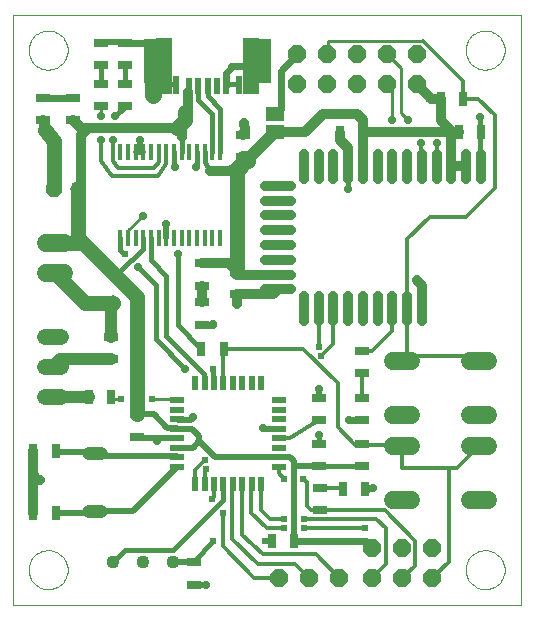
<source format=gtl>
G75*
G70*
%OFA0B0*%
%FSLAX24Y24*%
%IPPOS*%
%LPD*%
%AMOC8*
5,1,8,0,0,1.08239X$1,22.5*
%
%ADD10C,0.0000*%
%ADD11R,0.0500X0.0220*%
%ADD12R,0.0220X0.0500*%
%ADD13R,0.0453X0.0276*%
%ADD14C,0.0600*%
%ADD15C,0.0440*%
%ADD16R,0.0276X0.0453*%
%ADD17OC8,0.0520*%
%ADD18C,0.0520*%
%ADD19C,0.0520*%
%ADD20C,0.0335*%
%ADD21OC8,0.0600*%
%ADD22R,0.0197X0.0551*%
%ADD23R,0.0551X0.1850*%
%ADD24R,0.0433X0.1496*%
%ADD25R,0.0197X0.0591*%
%ADD26R,0.0630X0.0460*%
%ADD27C,0.0436*%
%ADD28C,0.0515*%
%ADD29R,0.0137X0.0550*%
%ADD30C,0.0120*%
%ADD31C,0.0100*%
%ADD32C,0.0240*%
%ADD33C,0.0320*%
%ADD34C,0.0180*%
%ADD35C,0.0240*%
%ADD36C,0.0160*%
%ADD37C,0.0200*%
%ADD38C,0.0500*%
%ADD39C,0.0197*%
%ADD40C,0.0277*%
%ADD41C,0.0400*%
%ADD42C,0.0560*%
D10*
X001110Y000743D02*
X001110Y020428D01*
X018039Y020428D01*
X018039Y000743D01*
X001110Y000743D01*
X001641Y001924D02*
X001643Y001974D01*
X001649Y002024D01*
X001659Y002074D01*
X001672Y002122D01*
X001689Y002170D01*
X001710Y002216D01*
X001734Y002260D01*
X001762Y002302D01*
X001793Y002342D01*
X001827Y002379D01*
X001864Y002414D01*
X001903Y002445D01*
X001944Y002474D01*
X001988Y002499D01*
X002034Y002521D01*
X002081Y002539D01*
X002129Y002553D01*
X002178Y002564D01*
X002228Y002571D01*
X002278Y002574D01*
X002329Y002573D01*
X002379Y002568D01*
X002429Y002559D01*
X002477Y002547D01*
X002525Y002530D01*
X002571Y002510D01*
X002616Y002487D01*
X002659Y002460D01*
X002699Y002430D01*
X002737Y002397D01*
X002772Y002361D01*
X002805Y002322D01*
X002834Y002281D01*
X002860Y002238D01*
X002883Y002193D01*
X002902Y002146D01*
X002917Y002098D01*
X002929Y002049D01*
X002937Y001999D01*
X002941Y001949D01*
X002941Y001899D01*
X002937Y001849D01*
X002929Y001799D01*
X002917Y001750D01*
X002902Y001702D01*
X002883Y001655D01*
X002860Y001610D01*
X002834Y001567D01*
X002805Y001526D01*
X002772Y001487D01*
X002737Y001451D01*
X002699Y001418D01*
X002659Y001388D01*
X002616Y001361D01*
X002571Y001338D01*
X002525Y001318D01*
X002477Y001301D01*
X002429Y001289D01*
X002379Y001280D01*
X002329Y001275D01*
X002278Y001274D01*
X002228Y001277D01*
X002178Y001284D01*
X002129Y001295D01*
X002081Y001309D01*
X002034Y001327D01*
X001988Y001349D01*
X001944Y001374D01*
X001903Y001403D01*
X001864Y001434D01*
X001827Y001469D01*
X001793Y001506D01*
X001762Y001546D01*
X001734Y001588D01*
X001710Y001632D01*
X001689Y001678D01*
X001672Y001726D01*
X001659Y001774D01*
X001649Y001824D01*
X001643Y001874D01*
X001641Y001924D01*
X001641Y019247D02*
X001643Y019297D01*
X001649Y019347D01*
X001659Y019397D01*
X001672Y019445D01*
X001689Y019493D01*
X001710Y019539D01*
X001734Y019583D01*
X001762Y019625D01*
X001793Y019665D01*
X001827Y019702D01*
X001864Y019737D01*
X001903Y019768D01*
X001944Y019797D01*
X001988Y019822D01*
X002034Y019844D01*
X002081Y019862D01*
X002129Y019876D01*
X002178Y019887D01*
X002228Y019894D01*
X002278Y019897D01*
X002329Y019896D01*
X002379Y019891D01*
X002429Y019882D01*
X002477Y019870D01*
X002525Y019853D01*
X002571Y019833D01*
X002616Y019810D01*
X002659Y019783D01*
X002699Y019753D01*
X002737Y019720D01*
X002772Y019684D01*
X002805Y019645D01*
X002834Y019604D01*
X002860Y019561D01*
X002883Y019516D01*
X002902Y019469D01*
X002917Y019421D01*
X002929Y019372D01*
X002937Y019322D01*
X002941Y019272D01*
X002941Y019222D01*
X002937Y019172D01*
X002929Y019122D01*
X002917Y019073D01*
X002902Y019025D01*
X002883Y018978D01*
X002860Y018933D01*
X002834Y018890D01*
X002805Y018849D01*
X002772Y018810D01*
X002737Y018774D01*
X002699Y018741D01*
X002659Y018711D01*
X002616Y018684D01*
X002571Y018661D01*
X002525Y018641D01*
X002477Y018624D01*
X002429Y018612D01*
X002379Y018603D01*
X002329Y018598D01*
X002278Y018597D01*
X002228Y018600D01*
X002178Y018607D01*
X002129Y018618D01*
X002081Y018632D01*
X002034Y018650D01*
X001988Y018672D01*
X001944Y018697D01*
X001903Y018726D01*
X001864Y018757D01*
X001827Y018792D01*
X001793Y018829D01*
X001762Y018869D01*
X001734Y018911D01*
X001710Y018955D01*
X001689Y019001D01*
X001672Y019049D01*
X001659Y019097D01*
X001649Y019147D01*
X001643Y019197D01*
X001641Y019247D01*
X016208Y019247D02*
X016210Y019297D01*
X016216Y019347D01*
X016226Y019397D01*
X016239Y019445D01*
X016256Y019493D01*
X016277Y019539D01*
X016301Y019583D01*
X016329Y019625D01*
X016360Y019665D01*
X016394Y019702D01*
X016431Y019737D01*
X016470Y019768D01*
X016511Y019797D01*
X016555Y019822D01*
X016601Y019844D01*
X016648Y019862D01*
X016696Y019876D01*
X016745Y019887D01*
X016795Y019894D01*
X016845Y019897D01*
X016896Y019896D01*
X016946Y019891D01*
X016996Y019882D01*
X017044Y019870D01*
X017092Y019853D01*
X017138Y019833D01*
X017183Y019810D01*
X017226Y019783D01*
X017266Y019753D01*
X017304Y019720D01*
X017339Y019684D01*
X017372Y019645D01*
X017401Y019604D01*
X017427Y019561D01*
X017450Y019516D01*
X017469Y019469D01*
X017484Y019421D01*
X017496Y019372D01*
X017504Y019322D01*
X017508Y019272D01*
X017508Y019222D01*
X017504Y019172D01*
X017496Y019122D01*
X017484Y019073D01*
X017469Y019025D01*
X017450Y018978D01*
X017427Y018933D01*
X017401Y018890D01*
X017372Y018849D01*
X017339Y018810D01*
X017304Y018774D01*
X017266Y018741D01*
X017226Y018711D01*
X017183Y018684D01*
X017138Y018661D01*
X017092Y018641D01*
X017044Y018624D01*
X016996Y018612D01*
X016946Y018603D01*
X016896Y018598D01*
X016845Y018597D01*
X016795Y018600D01*
X016745Y018607D01*
X016696Y018618D01*
X016648Y018632D01*
X016601Y018650D01*
X016555Y018672D01*
X016511Y018697D01*
X016470Y018726D01*
X016431Y018757D01*
X016394Y018792D01*
X016360Y018829D01*
X016329Y018869D01*
X016301Y018911D01*
X016277Y018955D01*
X016256Y019001D01*
X016239Y019049D01*
X016226Y019097D01*
X016216Y019147D01*
X016210Y019197D01*
X016208Y019247D01*
X016208Y001924D02*
X016210Y001974D01*
X016216Y002024D01*
X016226Y002074D01*
X016239Y002122D01*
X016256Y002170D01*
X016277Y002216D01*
X016301Y002260D01*
X016329Y002302D01*
X016360Y002342D01*
X016394Y002379D01*
X016431Y002414D01*
X016470Y002445D01*
X016511Y002474D01*
X016555Y002499D01*
X016601Y002521D01*
X016648Y002539D01*
X016696Y002553D01*
X016745Y002564D01*
X016795Y002571D01*
X016845Y002574D01*
X016896Y002573D01*
X016946Y002568D01*
X016996Y002559D01*
X017044Y002547D01*
X017092Y002530D01*
X017138Y002510D01*
X017183Y002487D01*
X017226Y002460D01*
X017266Y002430D01*
X017304Y002397D01*
X017339Y002361D01*
X017372Y002322D01*
X017401Y002281D01*
X017427Y002238D01*
X017450Y002193D01*
X017469Y002146D01*
X017484Y002098D01*
X017496Y002049D01*
X017504Y001999D01*
X017508Y001949D01*
X017508Y001899D01*
X017504Y001849D01*
X017496Y001799D01*
X017484Y001750D01*
X017469Y001702D01*
X017450Y001655D01*
X017427Y001610D01*
X017401Y001567D01*
X017372Y001526D01*
X017339Y001487D01*
X017304Y001451D01*
X017266Y001418D01*
X017226Y001388D01*
X017183Y001361D01*
X017138Y001338D01*
X017092Y001318D01*
X017044Y001301D01*
X016996Y001289D01*
X016946Y001280D01*
X016896Y001275D01*
X016845Y001274D01*
X016795Y001277D01*
X016745Y001284D01*
X016696Y001295D01*
X016648Y001309D01*
X016601Y001327D01*
X016555Y001349D01*
X016511Y001374D01*
X016470Y001403D01*
X016431Y001434D01*
X016394Y001469D01*
X016360Y001506D01*
X016329Y001546D01*
X016301Y001588D01*
X016277Y001632D01*
X016256Y001678D01*
X016239Y001726D01*
X016226Y001774D01*
X016216Y001824D01*
X016210Y001874D01*
X016208Y001924D01*
D11*
X009982Y005366D03*
X009982Y005681D03*
X009982Y005996D03*
X009982Y006310D03*
X009982Y006625D03*
X009982Y006940D03*
X009982Y007255D03*
X009982Y007570D03*
X006602Y007570D03*
X006602Y007255D03*
X006602Y006940D03*
X006602Y006625D03*
X006602Y006310D03*
X006602Y005996D03*
X006602Y005681D03*
X006602Y005366D03*
D12*
X007190Y004778D03*
X007505Y004778D03*
X007820Y004778D03*
X008135Y004778D03*
X008450Y004778D03*
X008765Y004778D03*
X009079Y004778D03*
X009394Y004778D03*
X009394Y008158D03*
X009079Y008158D03*
X008765Y008158D03*
X008450Y008158D03*
X008135Y008158D03*
X007820Y008158D03*
X007505Y008158D03*
X007190Y008158D03*
D13*
X007409Y010093D03*
X007409Y010841D03*
X007409Y011392D03*
X007409Y012140D03*
X008590Y011865D03*
X008590Y011117D03*
X011307Y007652D03*
X011307Y006904D03*
X011307Y006117D03*
X011307Y005369D03*
X011346Y004660D03*
X011346Y003912D03*
X012764Y005369D03*
X012764Y006117D03*
X012764Y006904D03*
X012764Y007652D03*
X012764Y008479D03*
X012764Y009227D03*
X008787Y015684D03*
X008787Y016432D03*
X004840Y017377D03*
X004840Y018125D03*
X004839Y018752D03*
X004839Y019500D03*
X004055Y019500D03*
X004055Y018752D03*
X004053Y018125D03*
X004053Y017377D03*
X003118Y017652D03*
X003118Y016904D03*
X002134Y016904D03*
X002134Y017652D03*
X004403Y009687D03*
X004403Y008939D03*
X005244Y007101D03*
X005244Y006353D03*
X007151Y002175D03*
X007151Y001427D03*
D14*
X013782Y004262D02*
X014382Y004262D01*
X014382Y006042D02*
X013782Y006042D01*
X013782Y007097D02*
X014382Y007097D01*
X014382Y008877D02*
X013782Y008877D01*
X016342Y008877D02*
X016942Y008877D01*
X016942Y007097D02*
X016342Y007097D01*
X016342Y006042D02*
X016942Y006042D01*
X016942Y004262D02*
X016342Y004262D01*
X002828Y011818D02*
X002228Y011818D01*
X002228Y012818D02*
X002828Y012818D01*
D15*
X003627Y005818D02*
X004067Y005818D01*
X004067Y003897D02*
X003627Y003897D01*
D16*
X002548Y003826D03*
X001800Y003826D03*
X001800Y005893D03*
X002548Y005893D03*
X003645Y007670D03*
X004393Y007670D03*
X007402Y009291D03*
X008150Y009291D03*
X012118Y004629D03*
X012866Y004629D03*
X010493Y002870D03*
X009745Y002870D03*
X003379Y015977D03*
X002631Y015977D03*
X012035Y016486D03*
X012783Y016486D03*
X015382Y017633D03*
X016130Y017633D03*
X015972Y016530D03*
X016720Y016530D03*
D17*
X002501Y014606D03*
D18*
X003301Y014606D03*
D19*
X002709Y009696D02*
X002189Y009696D01*
X002189Y008696D02*
X002709Y008696D01*
X002709Y007696D02*
X002189Y007696D01*
D20*
X010372Y011274D02*
X010372Y011274D01*
X009526Y011274D01*
X009526Y011274D01*
X010372Y011274D01*
X010372Y011766D02*
X010372Y011766D01*
X009526Y011766D01*
X009526Y011766D01*
X010372Y011766D01*
X010372Y012259D02*
X010372Y012259D01*
X009526Y012259D01*
X009526Y012259D01*
X010372Y012259D01*
X010372Y012751D02*
X010372Y012751D01*
X009526Y012751D01*
X009526Y012751D01*
X010372Y012751D01*
X010372Y013243D02*
X010372Y013243D01*
X009526Y013243D01*
X009526Y013243D01*
X010372Y013243D01*
X010372Y013735D02*
X010372Y013735D01*
X009526Y013735D01*
X009526Y013735D01*
X010372Y013735D01*
X010372Y014227D02*
X010372Y014227D01*
X009526Y014227D01*
X009526Y014227D01*
X010372Y014227D01*
X010372Y014719D02*
X010372Y014719D01*
X009526Y014719D01*
X009526Y014719D01*
X010372Y014719D01*
X010815Y014946D02*
X010815Y014946D01*
X010815Y015792D01*
X010815Y015792D01*
X010815Y014946D01*
X010815Y015280D02*
X010815Y015280D01*
X010815Y015614D02*
X010815Y015614D01*
X011307Y014946D02*
X011307Y014946D01*
X011307Y015792D01*
X011307Y015792D01*
X011307Y014946D01*
X011307Y015280D02*
X011307Y015280D01*
X011307Y015614D02*
X011307Y015614D01*
X011799Y014946D02*
X011799Y014946D01*
X011799Y015792D01*
X011799Y015792D01*
X011799Y014946D01*
X011799Y015280D02*
X011799Y015280D01*
X011799Y015614D02*
X011799Y015614D01*
X012291Y014946D02*
X012291Y014946D01*
X012291Y015792D01*
X012291Y015792D01*
X012291Y014946D01*
X012291Y015280D02*
X012291Y015280D01*
X012291Y015614D02*
X012291Y015614D01*
X012783Y014946D02*
X012783Y014946D01*
X012783Y015792D01*
X012783Y015792D01*
X012783Y014946D01*
X012783Y015280D02*
X012783Y015280D01*
X012783Y015614D02*
X012783Y015614D01*
X013276Y014946D02*
X013276Y014946D01*
X013276Y015792D01*
X013276Y015792D01*
X013276Y014946D01*
X013276Y015280D02*
X013276Y015280D01*
X013276Y015614D02*
X013276Y015614D01*
X013768Y014946D02*
X013768Y014946D01*
X013768Y015792D01*
X013768Y015792D01*
X013768Y014946D01*
X013768Y015280D02*
X013768Y015280D01*
X013768Y015614D02*
X013768Y015614D01*
X014260Y014946D02*
X014260Y014946D01*
X014260Y015792D01*
X014260Y015792D01*
X014260Y014946D01*
X014260Y015280D02*
X014260Y015280D01*
X014260Y015614D02*
X014260Y015614D01*
X014752Y014946D02*
X014752Y014946D01*
X014752Y015792D01*
X014752Y015792D01*
X014752Y014946D01*
X014752Y015280D02*
X014752Y015280D01*
X014752Y015614D02*
X014752Y015614D01*
X015244Y014946D02*
X015244Y014946D01*
X015244Y015792D01*
X015244Y015792D01*
X015244Y014946D01*
X015244Y015280D02*
X015244Y015280D01*
X015244Y015614D02*
X015244Y015614D01*
X015736Y014946D02*
X015736Y014946D01*
X015736Y015792D01*
X015736Y015792D01*
X015736Y014946D01*
X015736Y015280D02*
X015736Y015280D01*
X015736Y015614D02*
X015736Y015614D01*
X016228Y014946D02*
X016228Y014946D01*
X016228Y015792D01*
X016228Y015792D01*
X016228Y014946D01*
X016228Y015280D02*
X016228Y015280D01*
X016228Y015614D02*
X016228Y015614D01*
X016720Y014946D02*
X016720Y014946D01*
X016720Y015792D01*
X016720Y015792D01*
X016720Y014946D01*
X016720Y015280D02*
X016720Y015280D01*
X016720Y015614D02*
X016720Y015614D01*
X014752Y010202D02*
X014752Y010202D01*
X014752Y011048D01*
X014752Y011048D01*
X014752Y010202D01*
X014752Y010536D02*
X014752Y010536D01*
X014752Y010870D02*
X014752Y010870D01*
X014260Y010202D02*
X014260Y010202D01*
X014260Y011048D01*
X014260Y011048D01*
X014260Y010202D01*
X014260Y010536D02*
X014260Y010536D01*
X014260Y010870D02*
X014260Y010870D01*
X013768Y010202D02*
X013768Y010202D01*
X013768Y011048D01*
X013768Y011048D01*
X013768Y010202D01*
X013768Y010536D02*
X013768Y010536D01*
X013768Y010870D02*
X013768Y010870D01*
X013276Y010202D02*
X013276Y010202D01*
X013276Y011048D01*
X013276Y011048D01*
X013276Y010202D01*
X013276Y010536D02*
X013276Y010536D01*
X013276Y010870D02*
X013276Y010870D01*
X012783Y010202D02*
X012783Y010202D01*
X012783Y011048D01*
X012783Y011048D01*
X012783Y010202D01*
X012783Y010536D02*
X012783Y010536D01*
X012783Y010870D02*
X012783Y010870D01*
X012291Y010202D02*
X012291Y010202D01*
X012291Y011048D01*
X012291Y011048D01*
X012291Y010202D01*
X012291Y010536D02*
X012291Y010536D01*
X012291Y010870D02*
X012291Y010870D01*
X011799Y010202D02*
X011799Y010202D01*
X011799Y011048D01*
X011799Y011048D01*
X011799Y010202D01*
X011799Y010536D02*
X011799Y010536D01*
X011799Y010870D02*
X011799Y010870D01*
X011307Y010202D02*
X011307Y010202D01*
X011307Y011048D01*
X011307Y011048D01*
X011307Y010202D01*
X011307Y010536D02*
X011307Y010536D01*
X011307Y010870D02*
X011307Y010870D01*
X010815Y010202D02*
X010815Y010202D01*
X010815Y011048D01*
X010815Y011048D01*
X010815Y010202D01*
X010815Y010536D02*
X010815Y010536D01*
X010815Y010870D02*
X010815Y010870D01*
D21*
X010595Y018106D03*
X010595Y019106D03*
X011595Y019106D03*
X011595Y018106D03*
X012595Y018106D03*
X012595Y019106D03*
X013595Y019106D03*
X013595Y018106D03*
X014595Y018106D03*
X014595Y019106D03*
X014102Y002660D03*
X013102Y002660D03*
X013102Y001660D03*
X014102Y001660D03*
X015102Y001660D03*
X015102Y002660D03*
X012000Y001660D03*
X011000Y001660D03*
X010000Y001660D03*
D22*
X008236Y018066D03*
X007921Y018066D03*
X007606Y018066D03*
X007291Y018066D03*
X006976Y018066D03*
D23*
X006169Y018715D03*
X009043Y018715D03*
D24*
X009535Y018892D03*
X005677Y018892D03*
D25*
X006543Y018085D03*
X008669Y018085D03*
D26*
X009847Y017110D03*
X009847Y016510D03*
D27*
X006466Y002199D03*
X005466Y002199D03*
X004466Y002199D03*
D28*
X004460Y010810D03*
X004460Y011810D03*
D29*
X004697Y012982D03*
X004953Y012982D03*
X005209Y012982D03*
X005465Y012982D03*
X005721Y012982D03*
X005977Y012982D03*
X006233Y012982D03*
X006489Y012982D03*
X006744Y012982D03*
X007000Y012982D03*
X007256Y012982D03*
X007512Y012982D03*
X007768Y012982D03*
X008024Y012982D03*
X008024Y015861D03*
X007768Y015861D03*
X007512Y015861D03*
X007256Y015861D03*
X007000Y015861D03*
X006744Y015861D03*
X006489Y015861D03*
X006233Y015861D03*
X005977Y015861D03*
X005721Y015861D03*
X005465Y015861D03*
X005209Y015861D03*
X004953Y015861D03*
X004697Y015861D03*
D30*
X004457Y015546D02*
X004457Y016255D01*
X004063Y016255D02*
X004063Y015546D01*
X004417Y015034D01*
X005953Y015034D01*
X006228Y015467D01*
X006228Y015861D01*
X005977Y015861D02*
X005977Y015531D01*
X005835Y015310D01*
X004614Y015310D01*
X004457Y015546D01*
X008150Y009291D02*
X010165Y009291D01*
X010790Y009291D01*
X010835Y009247D01*
X011937Y008144D01*
X011937Y006688D01*
X012528Y006097D01*
X012764Y006097D01*
X014063Y006097D01*
X014063Y006058D02*
X014082Y006042D01*
X014102Y006018D02*
X014102Y005310D01*
X015638Y005310D01*
X015638Y002199D01*
X015126Y001688D01*
X014535Y002054D02*
X014102Y001660D01*
X014535Y002054D02*
X014535Y002869D01*
X013531Y003912D01*
X011346Y003912D01*
X011051Y003912D01*
X010913Y004050D01*
X010913Y004837D01*
X010795Y004955D01*
X011346Y004660D02*
X012087Y004660D01*
X012118Y004629D01*
X013236Y003617D02*
X010835Y003617D01*
X010835Y003302D02*
X012842Y003302D01*
X013236Y003617D02*
X013551Y003302D01*
X013551Y002109D01*
X013102Y001660D01*
X012000Y001660D02*
X011224Y002436D01*
X009457Y002436D01*
X008765Y003088D01*
X008765Y004778D01*
X009063Y004761D02*
X009079Y004778D01*
X009063Y004761D02*
X009063Y003814D01*
X009575Y003302D01*
X010165Y003302D01*
X010165Y003617D02*
X009693Y003617D01*
X009394Y003915D01*
X009394Y004778D01*
X009982Y005139D02*
X009982Y005366D01*
X009982Y005139D02*
X010165Y004955D01*
X009982Y006310D02*
X010359Y006310D01*
X011307Y006904D01*
X012764Y007652D02*
X012764Y008479D01*
X012783Y009207D02*
X013079Y009207D01*
X013768Y009896D01*
X013768Y010625D01*
X014260Y010625D02*
X014260Y009207D01*
X014260Y009050D02*
X014102Y008892D01*
X014082Y008877D02*
X014299Y009050D01*
X016622Y009050D01*
X016622Y008892D01*
X016642Y008877D01*
X016622Y006018D02*
X015913Y005310D01*
X015874Y005310D02*
X015638Y005310D01*
X011779Y009444D02*
X011386Y009050D01*
X011307Y009365D02*
X011307Y010625D01*
X011779Y010625D02*
X011779Y009444D01*
X010357Y009291D02*
X010165Y009291D01*
X008150Y009291D02*
X008135Y009276D01*
X008135Y008158D01*
X007528Y005585D02*
X007190Y005247D01*
X007190Y004778D01*
X007505Y004778D02*
X007505Y005208D01*
X007567Y005270D01*
X007820Y004778D02*
X007820Y004342D01*
X007764Y004286D01*
X008118Y003814D02*
X008118Y002711D01*
X009169Y001660D01*
X010000Y001660D01*
X010520Y002121D02*
X009299Y002121D01*
X008433Y002947D01*
X008433Y004761D01*
X010520Y002121D02*
X010980Y001660D01*
X014260Y010664D02*
X014260Y012947D01*
X015008Y013696D01*
X016228Y013696D01*
X017173Y014640D01*
X017173Y017081D01*
X016622Y017633D01*
X016110Y017633D01*
X016110Y018223D01*
X014772Y019562D01*
X014732Y016136D02*
X014732Y015979D01*
X014732Y015388D01*
X015244Y015388D02*
X015244Y015940D01*
X015244Y016136D01*
D31*
X015244Y015388D02*
X015244Y015369D01*
X014752Y015369D02*
X014732Y015388D01*
X014299Y016924D02*
X014063Y017160D01*
X014063Y018638D01*
X013595Y019106D01*
X013595Y018106D02*
X013630Y018105D01*
X013748Y018105D01*
X013748Y016924D01*
X011622Y019129D02*
X011595Y019106D01*
X011622Y019129D02*
X011622Y019562D01*
X014772Y019562D01*
X016110Y017633D02*
X016130Y017633D01*
X014260Y010664D02*
X014260Y010625D01*
X014260Y009207D02*
X014260Y009168D01*
X014260Y009050D01*
X014102Y008892D02*
X014082Y008877D01*
X012764Y008538D02*
X012764Y008479D01*
X012764Y006136D02*
X012764Y006097D01*
X012764Y006117D02*
X012764Y006136D01*
X014063Y006097D02*
X014063Y006058D01*
X014082Y006042D02*
X014102Y006018D01*
X015874Y005310D02*
X015913Y005310D01*
X016622Y006018D02*
X016642Y006042D01*
X015126Y001688D02*
X015102Y001660D01*
X008157Y009207D02*
X008150Y009291D01*
X007803Y008184D02*
X007820Y008158D01*
X006583Y007633D02*
X006583Y007593D01*
X006602Y007570D01*
X006583Y007633D02*
X005756Y007633D01*
X004732Y007633D02*
X004417Y007633D01*
X004393Y007670D01*
X003645Y007670D02*
X003630Y007672D01*
X002606Y005861D02*
X002548Y005893D01*
X002567Y005861D01*
X003827Y005861D02*
X003847Y005818D01*
X003866Y005822D01*
X003847Y003897D02*
X003866Y003892D01*
X003847Y003897D02*
X003827Y003853D01*
X003827Y003814D01*
X002606Y003814D02*
X002548Y003826D01*
X002567Y003814D01*
X006583Y005349D02*
X006602Y005366D01*
X006602Y005681D02*
X006583Y005703D01*
X011779Y010625D02*
X011799Y010625D01*
X009847Y017110D02*
X009850Y017121D01*
X009929Y017199D01*
X009929Y017239D01*
X010047Y017278D01*
X006233Y015861D02*
X006228Y015861D01*
X005461Y013731D02*
X004953Y013251D01*
X004953Y012975D01*
X004953Y012982D01*
X005721Y012982D02*
X005756Y012947D01*
X004063Y017042D02*
X004063Y017396D01*
X004053Y017377D01*
X004053Y018125D02*
X004063Y018184D01*
X004063Y018656D02*
X004055Y018752D01*
D32*
X004850Y012436D03*
X007803Y008617D03*
X005756Y007633D03*
X004732Y007633D03*
X007528Y005585D03*
X007567Y005270D03*
X007764Y004286D03*
X008118Y003814D03*
X007803Y002869D03*
X009535Y002869D03*
X010165Y003302D03*
X010165Y003617D03*
X010835Y003617D03*
X010835Y003302D03*
X010795Y004955D03*
X010165Y004955D03*
X012842Y003302D03*
X011386Y009050D03*
X011307Y009365D03*
D33*
X009791Y011117D02*
X008590Y011117D01*
X008590Y010782D01*
X008689Y011766D02*
X008590Y011865D01*
X008315Y012140D01*
X007409Y012140D01*
X007409Y011392D02*
X007409Y010841D01*
X008689Y011766D02*
X009949Y011766D01*
X009949Y011274D02*
X009791Y011117D01*
X008748Y015231D02*
X007685Y015231D01*
X008748Y015231D02*
X008945Y015546D01*
X008787Y016432D02*
X008842Y016594D01*
X008827Y016806D01*
X009847Y016510D02*
X010854Y016510D01*
X011465Y017121D01*
X012370Y017121D01*
X012594Y017121D01*
X012787Y016928D01*
X012787Y016490D01*
X012783Y016486D01*
X012803Y016466D01*
X012803Y015388D01*
X012291Y015369D02*
X012291Y015991D01*
X012031Y016251D01*
X012031Y016482D01*
X012035Y016486D01*
X012842Y016530D02*
X015756Y016530D01*
X015382Y016904D01*
X015382Y017633D01*
X015068Y017633D01*
X014595Y018106D01*
X015756Y016530D02*
X015972Y016530D01*
X015736Y016432D02*
X015716Y016451D01*
X015736Y016432D02*
X015736Y015369D01*
X016228Y015369D01*
X014575Y011570D02*
X014752Y011392D01*
X014752Y010625D01*
X006937Y017262D02*
X006937Y017853D01*
X006744Y016652D02*
X006744Y016341D01*
X006579Y016652D02*
X003709Y016652D01*
X003370Y016652D01*
X003118Y016904D01*
X003379Y016425D02*
X003379Y015977D01*
X003382Y015979D02*
X003382Y016014D01*
X003382Y015979D02*
X003382Y014562D01*
X003379Y016425D02*
X003606Y016652D01*
X003709Y016652D01*
X002173Y016570D02*
X002134Y016904D01*
X001800Y005893D02*
X001800Y005132D01*
X001802Y005104D01*
X001807Y005076D01*
X001816Y005049D01*
X001829Y005024D01*
X001845Y005001D01*
X001863Y004979D01*
X001885Y004961D01*
X001908Y004945D01*
X001933Y004932D01*
X001960Y004923D01*
X001988Y004918D01*
X002016Y004916D01*
X001800Y005893D02*
X001800Y003826D01*
D34*
X003382Y014562D02*
X003301Y014606D01*
D35*
X003118Y017652D02*
X002134Y017652D01*
X004839Y019500D02*
X005739Y019500D01*
X005795Y019247D01*
X005795Y019010D01*
X005677Y018892D01*
X006579Y016652D02*
X006661Y016652D01*
X006744Y016341D02*
X006740Y016337D01*
X008236Y018066D02*
X008236Y018105D01*
X008236Y018499D01*
X008433Y018696D01*
X008453Y018715D01*
X009043Y018715D01*
X010047Y018558D02*
X010047Y017278D01*
X010047Y018558D02*
X010595Y019106D01*
X007803Y010113D02*
X007783Y010093D01*
X007409Y010093D01*
X012294Y006922D02*
X012331Y006922D01*
X012746Y006922D01*
X012764Y006904D01*
X012866Y004629D02*
X013118Y004640D01*
X012892Y002870D02*
X013102Y002660D01*
X012892Y002870D02*
X010493Y002870D01*
X012783Y009207D02*
X012764Y009227D01*
D36*
X012764Y009247D01*
X011386Y007672D02*
X011307Y007652D01*
X011307Y006412D02*
X011307Y006117D01*
X011386Y005388D02*
X011307Y005369D01*
X011386Y005388D02*
X012764Y005388D01*
X012764Y005369D01*
X012331Y006922D02*
X012331Y006924D01*
X010480Y003080D02*
X010493Y002870D01*
X009745Y002870D02*
X009537Y002870D01*
X009535Y002869D01*
X008135Y004263D02*
X006465Y002593D01*
X004861Y002593D01*
X004466Y002199D01*
X007151Y002175D02*
X007151Y002217D01*
X007803Y002869D01*
X008135Y004263D02*
X008135Y004778D01*
X008433Y004761D02*
X008450Y004778D01*
X006622Y006924D02*
X006602Y006940D01*
X007505Y008158D02*
X007488Y008175D01*
X007488Y008459D01*
X006228Y009719D01*
X006228Y011727D01*
X005721Y012235D01*
X005721Y012982D01*
X005465Y012982D02*
X005465Y012657D01*
X005441Y012633D01*
X004693Y011885D01*
X004460Y011810D01*
X004850Y012436D02*
X004697Y012589D01*
X004697Y012982D01*
X005283Y012003D02*
X005874Y011412D01*
X005874Y009601D01*
X006858Y008617D01*
X007402Y009291D02*
X006622Y010070D01*
X006622Y012436D01*
X007685Y015231D02*
X008374Y015349D01*
X008787Y015684D01*
X008024Y015861D02*
X008024Y017294D01*
X007606Y017711D01*
X007606Y018066D01*
X007291Y018066D02*
X007291Y017593D01*
X007768Y017116D01*
X007768Y015861D01*
X007512Y015861D02*
X007512Y015522D01*
X007685Y015231D01*
X007256Y015393D02*
X007213Y015349D01*
X007256Y015393D02*
X007256Y015861D01*
X006744Y015861D02*
X006740Y015940D01*
X006740Y016337D01*
X006744Y016341D02*
X006701Y016451D01*
X006579Y016652D01*
X006740Y015940D02*
X006740Y015861D01*
X006489Y015861D02*
X006489Y015412D01*
X006465Y015388D01*
X006504Y015361D01*
X004535Y017042D02*
X004840Y017347D01*
X004840Y017377D01*
X004840Y018125D02*
X004839Y018166D01*
X004839Y018752D01*
X004063Y018656D02*
X004063Y018174D01*
X004053Y018125D01*
X003394Y015979D02*
X003382Y015979D01*
X003379Y015977D02*
X003394Y015979D01*
X002646Y015979D02*
X002501Y015979D01*
X002631Y015977D02*
X002646Y015979D01*
X006071Y018105D02*
X006169Y018715D01*
X006071Y018105D02*
X006543Y018105D01*
X006543Y018085D01*
X006976Y018066D02*
X006937Y017853D01*
X008236Y018105D02*
X008354Y018105D01*
X008669Y018105D01*
X008669Y018085D01*
X009847Y016510D02*
X009732Y016373D01*
X012035Y016486D02*
X012055Y016451D01*
X012094Y016412D01*
X012783Y016486D02*
X012842Y016609D01*
X012842Y016530D02*
X012783Y016486D01*
X012803Y016451D01*
X012803Y015388D02*
X012783Y015369D01*
X012291Y015369D02*
X012291Y015270D01*
X012291Y014601D01*
X015716Y016451D02*
X015716Y016530D01*
X015756Y016530D01*
X015953Y016530D01*
X015972Y016530D01*
X016701Y016530D02*
X016720Y016530D01*
X016701Y016451D01*
X016701Y015388D01*
X016720Y015369D01*
X016228Y015388D02*
X016228Y015369D01*
X016701Y016530D02*
X016701Y017003D01*
X007803Y008617D02*
X007803Y008184D01*
X005244Y007121D02*
X005244Y007101D01*
X010980Y001660D02*
X011000Y001660D01*
D37*
X006233Y012982D02*
X006228Y012987D01*
X006228Y013459D01*
X005465Y015861D02*
X005362Y015861D01*
X005362Y016255D01*
X005362Y015861D02*
X005209Y015861D01*
X006858Y017199D02*
X006937Y017262D01*
X006169Y018715D02*
X006150Y018735D01*
X005795Y018735D01*
X004839Y019500D02*
X004732Y019522D01*
X004063Y019522D01*
X004055Y019500D01*
X009063Y018932D02*
X009063Y018853D01*
X009043Y018715D01*
X009063Y018932D02*
X009535Y018892D01*
D38*
X006858Y017199D02*
X006858Y016932D01*
X006579Y016652D01*
X008590Y015192D02*
X008590Y011865D01*
X008591Y015192D02*
X008593Y015229D01*
X008599Y015266D01*
X008608Y015301D01*
X008622Y015336D01*
X008638Y015369D01*
X008659Y015400D01*
X008682Y015429D01*
X008708Y015455D01*
X008737Y015478D01*
X008768Y015499D01*
X008801Y015515D01*
X008836Y015529D01*
X008871Y015538D01*
X008908Y015544D01*
X008945Y015546D01*
X004460Y011810D02*
X005244Y011026D01*
X005244Y007101D01*
X004460Y010810D02*
X003535Y010810D01*
X002528Y011818D01*
X002528Y012818D02*
X003453Y012818D01*
X003516Y012755D01*
X003301Y012970D01*
X003301Y014606D01*
X002501Y014606D02*
X002501Y015979D01*
X002501Y016203D01*
X002173Y016570D01*
X003516Y012755D02*
X004460Y011810D01*
D39*
X005244Y007101D02*
X005815Y007101D01*
X006268Y006648D01*
X006579Y006648D01*
X006602Y006625D01*
X007078Y006625D01*
X007331Y006373D01*
X007331Y006207D01*
X007857Y005681D01*
X009982Y005681D01*
X010346Y005681D01*
X010480Y005546D01*
X010480Y005310D01*
X010539Y005369D01*
X011307Y005369D01*
X010480Y005310D02*
X010480Y003577D01*
X010480Y003080D01*
X007567Y001412D02*
X007552Y001427D01*
X007151Y001427D01*
X007151Y002175D02*
X007128Y002199D01*
X006466Y002199D01*
X005126Y003892D02*
X003866Y003892D01*
X003827Y003814D02*
X002606Y003814D01*
X002606Y005861D02*
X003827Y005861D01*
X003866Y005822D02*
X003866Y005703D01*
X006583Y005703D01*
X006607Y005991D02*
X007114Y005991D01*
X007331Y006207D01*
X007055Y006924D02*
X006622Y006924D01*
X007055Y006924D02*
X007134Y007003D01*
X006602Y006310D02*
X006009Y006310D01*
X005913Y006215D01*
X005287Y006310D02*
X006602Y006310D01*
X006602Y005996D02*
X006607Y005991D01*
X006583Y005349D02*
X005126Y003892D01*
X005287Y006310D02*
X005244Y006353D01*
X009457Y006648D02*
X009479Y006625D01*
X009982Y006625D01*
X011307Y007652D02*
X011307Y007947D01*
D40*
X011307Y007947D03*
X012331Y006924D03*
X011307Y006412D03*
X009457Y006648D03*
X007134Y007003D03*
X005913Y006215D03*
X006858Y008617D03*
X007803Y010113D03*
X008590Y010782D03*
X006622Y012436D03*
X006228Y013459D03*
X005461Y013731D03*
X006504Y015361D03*
X007213Y015349D03*
X008827Y016806D03*
X008433Y018696D03*
X005795Y017751D03*
X004535Y017042D03*
X004063Y017042D03*
X004063Y016255D03*
X004457Y016255D03*
X005362Y016255D03*
X002173Y016570D03*
X005283Y012003D03*
X002016Y004916D03*
X007567Y001412D03*
X013118Y004640D03*
X014575Y011570D03*
X012291Y014601D03*
X013748Y016924D03*
X014299Y016924D03*
X014732Y016136D03*
X015244Y016136D03*
X016701Y017003D03*
D41*
X009847Y016510D02*
X009020Y015684D01*
X008787Y015684D01*
X005795Y018971D02*
X005795Y019010D01*
X004460Y010810D02*
X004403Y010631D01*
X004403Y009687D01*
X004403Y008939D02*
X002692Y008939D01*
X002449Y008696D01*
X002449Y007696D02*
X003110Y007670D01*
X003645Y007670D01*
D42*
X005795Y017751D02*
X005795Y018735D01*
X005795Y018971D01*
M02*

</source>
